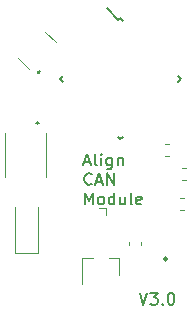
<source format=gbr>
G04 #@! TF.GenerationSoftware,KiCad,Pcbnew,(5.1.6)-1*
G04 #@! TF.CreationDate,2020-12-13T19:26:13+01:00*
G04 #@! TF.ProjectId,ACM-pcb,41434d2d-7063-4622-9e6b-696361645f70,rev?*
G04 #@! TF.SameCoordinates,Original*
G04 #@! TF.FileFunction,Legend,Top*
G04 #@! TF.FilePolarity,Positive*
%FSLAX46Y46*%
G04 Gerber Fmt 4.6, Leading zero omitted, Abs format (unit mm)*
G04 Created by KiCad (PCBNEW (5.1.6)-1) date 2020-12-13 19:26:13*
%MOMM*%
%LPD*%
G01*
G04 APERTURE LIST*
%ADD10C,0.150000*%
%ADD11C,0.100000*%
%ADD12C,0.200000*%
%ADD13C,0.120000*%
%ADD14C,0.254000*%
G04 APERTURE END LIST*
D10*
X75666790Y-90562180D02*
X76000123Y-91562180D01*
X76333457Y-90562180D01*
X76571552Y-90562180D02*
X77190600Y-90562180D01*
X76857266Y-90943133D01*
X77000123Y-90943133D01*
X77095361Y-90990752D01*
X77142980Y-91038371D01*
X77190600Y-91133609D01*
X77190600Y-91371704D01*
X77142980Y-91466942D01*
X77095361Y-91514561D01*
X77000123Y-91562180D01*
X76714409Y-91562180D01*
X76619171Y-91514561D01*
X76571552Y-91466942D01*
X77619171Y-91466942D02*
X77666790Y-91514561D01*
X77619171Y-91562180D01*
X77571552Y-91514561D01*
X77619171Y-91466942D01*
X77619171Y-91562180D01*
X78285838Y-90562180D02*
X78381076Y-90562180D01*
X78476314Y-90609800D01*
X78523933Y-90657419D01*
X78571552Y-90752657D01*
X78619171Y-90943133D01*
X78619171Y-91181228D01*
X78571552Y-91371704D01*
X78523933Y-91466942D01*
X78476314Y-91514561D01*
X78381076Y-91562180D01*
X78285838Y-91562180D01*
X78190600Y-91514561D01*
X78142980Y-91466942D01*
X78095361Y-91371704D01*
X78047742Y-91181228D01*
X78047742Y-90943133D01*
X78095361Y-90752657D01*
X78142980Y-90657419D01*
X78190600Y-90609800D01*
X78285838Y-90562180D01*
X71001576Y-79491866D02*
X71477766Y-79491866D01*
X70906338Y-79777580D02*
X71239671Y-78777580D01*
X71573004Y-79777580D01*
X72049195Y-79777580D02*
X71953957Y-79729961D01*
X71906338Y-79634723D01*
X71906338Y-78777580D01*
X72430147Y-79777580D02*
X72430147Y-79110914D01*
X72430147Y-78777580D02*
X72382528Y-78825200D01*
X72430147Y-78872819D01*
X72477766Y-78825200D01*
X72430147Y-78777580D01*
X72430147Y-78872819D01*
X73334909Y-79110914D02*
X73334909Y-79920438D01*
X73287290Y-80015676D01*
X73239671Y-80063295D01*
X73144433Y-80110914D01*
X73001576Y-80110914D01*
X72906338Y-80063295D01*
X73334909Y-79729961D02*
X73239671Y-79777580D01*
X73049195Y-79777580D01*
X72953957Y-79729961D01*
X72906338Y-79682342D01*
X72858719Y-79587104D01*
X72858719Y-79301390D01*
X72906338Y-79206152D01*
X72953957Y-79158533D01*
X73049195Y-79110914D01*
X73239671Y-79110914D01*
X73334909Y-79158533D01*
X73811100Y-79110914D02*
X73811100Y-79777580D01*
X73811100Y-79206152D02*
X73858719Y-79158533D01*
X73953957Y-79110914D01*
X74096814Y-79110914D01*
X74192052Y-79158533D01*
X74239671Y-79253771D01*
X74239671Y-79777580D01*
X71620623Y-81332342D02*
X71573004Y-81379961D01*
X71430147Y-81427580D01*
X71334909Y-81427580D01*
X71192052Y-81379961D01*
X71096814Y-81284723D01*
X71049195Y-81189485D01*
X71001576Y-80999009D01*
X71001576Y-80856152D01*
X71049195Y-80665676D01*
X71096814Y-80570438D01*
X71192052Y-80475200D01*
X71334909Y-80427580D01*
X71430147Y-80427580D01*
X71573004Y-80475200D01*
X71620623Y-80522819D01*
X72001576Y-81141866D02*
X72477766Y-81141866D01*
X71906338Y-81427580D02*
X72239671Y-80427580D01*
X72573004Y-81427580D01*
X72906338Y-81427580D02*
X72906338Y-80427580D01*
X73477766Y-81427580D01*
X73477766Y-80427580D01*
X71049195Y-83077580D02*
X71049195Y-82077580D01*
X71382528Y-82791866D01*
X71715861Y-82077580D01*
X71715861Y-83077580D01*
X72334909Y-83077580D02*
X72239671Y-83029961D01*
X72192052Y-82982342D01*
X72144433Y-82887104D01*
X72144433Y-82601390D01*
X72192052Y-82506152D01*
X72239671Y-82458533D01*
X72334909Y-82410914D01*
X72477766Y-82410914D01*
X72573004Y-82458533D01*
X72620623Y-82506152D01*
X72668242Y-82601390D01*
X72668242Y-82887104D01*
X72620623Y-82982342D01*
X72573004Y-83029961D01*
X72477766Y-83077580D01*
X72334909Y-83077580D01*
X73525385Y-83077580D02*
X73525385Y-82077580D01*
X73525385Y-83029961D02*
X73430147Y-83077580D01*
X73239671Y-83077580D01*
X73144433Y-83029961D01*
X73096814Y-82982342D01*
X73049195Y-82887104D01*
X73049195Y-82601390D01*
X73096814Y-82506152D01*
X73144433Y-82458533D01*
X73239671Y-82410914D01*
X73430147Y-82410914D01*
X73525385Y-82458533D01*
X74430147Y-82410914D02*
X74430147Y-83077580D01*
X74001576Y-82410914D02*
X74001576Y-82934723D01*
X74049195Y-83029961D01*
X74144433Y-83077580D01*
X74287290Y-83077580D01*
X74382528Y-83029961D01*
X74430147Y-82982342D01*
X75049195Y-83077580D02*
X74953957Y-83029961D01*
X74906338Y-82934723D01*
X74906338Y-82077580D01*
X75811100Y-83029961D02*
X75715861Y-83077580D01*
X75525385Y-83077580D01*
X75430147Y-83029961D01*
X75382528Y-82934723D01*
X75382528Y-82553771D01*
X75430147Y-82458533D01*
X75525385Y-82410914D01*
X75715861Y-82410914D01*
X75811100Y-82458533D01*
X75858719Y-82553771D01*
X75858719Y-82649009D01*
X75382528Y-82744247D01*
D11*
X67790000Y-77017000D02*
X67790000Y-80717000D01*
X64290000Y-77017000D02*
X64290000Y-80717000D01*
D12*
X67140000Y-76167000D02*
X67140000Y-76167000D01*
X66940000Y-76167000D02*
X66940000Y-76167000D01*
X66940000Y-76167000D02*
G75*
G03*
X67140000Y-76167000I100000J0D01*
G01*
X67140000Y-76167000D02*
G75*
G03*
X66940000Y-76167000I-100000J0D01*
G01*
D13*
X73970000Y-87632000D02*
X73040000Y-87632000D01*
X70810000Y-87632000D02*
X71740000Y-87632000D01*
X70810000Y-87632000D02*
X70810000Y-89792000D01*
X73970000Y-87632000D02*
X73970000Y-89092000D01*
X79085321Y-82497200D02*
X79410879Y-82497200D01*
X79085321Y-83517200D02*
X79410879Y-83517200D01*
X77837221Y-79010000D02*
X78162779Y-79010000D01*
X77837221Y-77990000D02*
X78162779Y-77990000D01*
D10*
X74043324Y-67319744D02*
X73884225Y-67478843D01*
X79169848Y-72446268D02*
X78940038Y-72676078D01*
X74043324Y-77572792D02*
X74273134Y-77342982D01*
X68916800Y-72446268D02*
X69146610Y-72216458D01*
X74043324Y-67319744D02*
X74273134Y-67549554D01*
X68916800Y-72446268D02*
X69146610Y-72676078D01*
X74043324Y-77572792D02*
X73813514Y-77342982D01*
X79169848Y-72446268D02*
X78940038Y-72216458D01*
X73884225Y-67478843D02*
X72876598Y-66471216D01*
D13*
X72865000Y-83350000D02*
X72865000Y-83985000D01*
X72230000Y-83350000D02*
X72865000Y-83350000D01*
D12*
X67210661Y-71799239D02*
X67210661Y-71799239D01*
X67069239Y-71940660D02*
X67069239Y-71940660D01*
D11*
X68589519Y-69359720D02*
X67670280Y-68440481D01*
X66326777Y-71622462D02*
X65407538Y-70703223D01*
D12*
X67069239Y-71940659D02*
G75*
G03*
X67210661Y-71799239I70711J70710D01*
G01*
X67210661Y-71799238D02*
G75*
G03*
X67069239Y-71940660I-70711J-70711D01*
G01*
D14*
X77999000Y-87695000D02*
G75*
G03*
X77999000Y-87695000I-125000J0D01*
G01*
D13*
X74750200Y-86548279D02*
X74750200Y-86222721D01*
X75770200Y-86548279D02*
X75770200Y-86222721D01*
X79610779Y-79984000D02*
X79285221Y-79984000D01*
X79610779Y-81004000D02*
X79285221Y-81004000D01*
X65090800Y-87188600D02*
X67090800Y-87188600D01*
X67090800Y-87188600D02*
X67090800Y-83288600D01*
X65090800Y-87188600D02*
X65090800Y-83288600D01*
M02*

</source>
